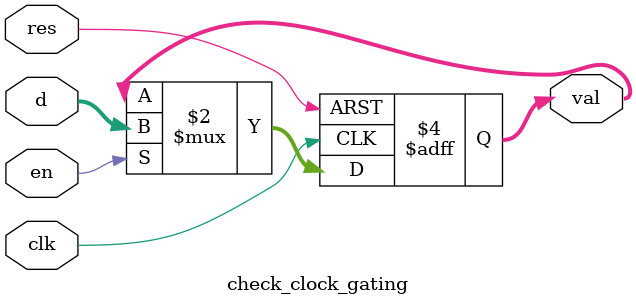
<source format=v>
module check_clock_gating (input clk , input res , input [31:0] d , output reg [31:0] val , input en);

always @ (posedge clk , posedge res)
begin
	if(res)
		val <= 31'b0;
	else if (en)
		val <= d;

end

endmodule

</source>
